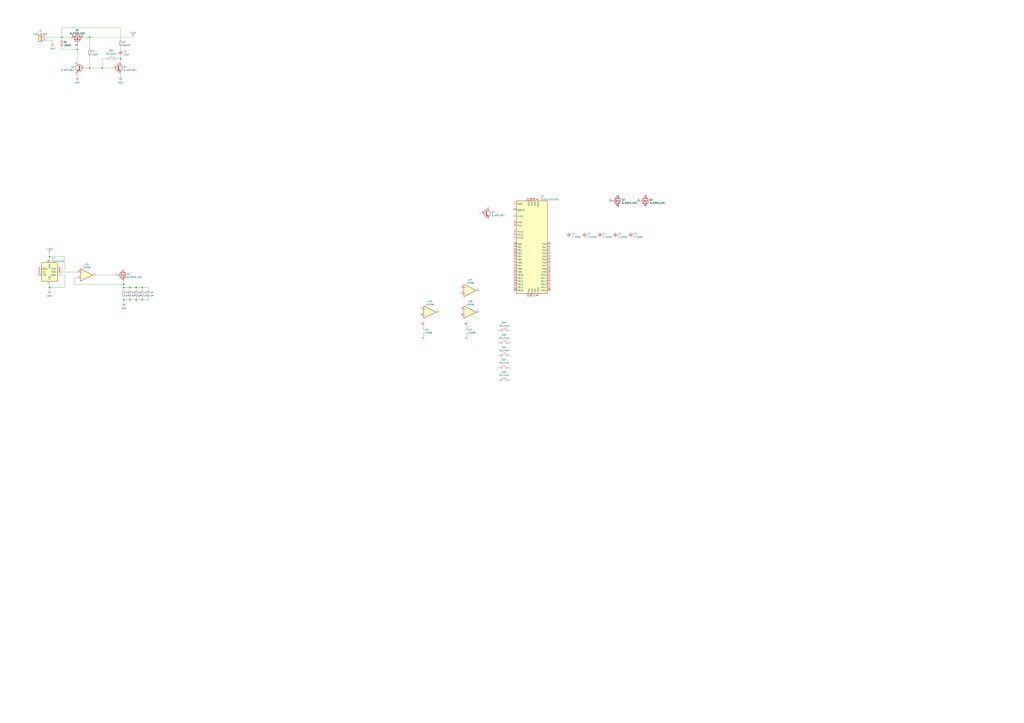
<source format=kicad_sch>
(kicad_sch (version 20211123) (generator eeschema)
  (paper "A1")
  (lib_symbols
    (symbol "Amplifier_Operational:LM358" (pin_names (offset 0.127))
      (property "Reference" "U" (at 0 5.08 0))
      (property "Value" "LM358" (at 0 -5.08 0))
      (symbol "LM358_1_1"
        (polyline (pts (xy -5.08 5.08) (xy 5.08 0) (xy -5.08 -5.08) (xy -5.08 5.08)) (stroke (width 0.254)) (fill (type background)))
        (pin output line (at 7.62 0 180) (length 2.54) (name "~") (number "1"))
        (pin input line (at -7.62 -2.54 0) (length 2.54) (name "-") (number "2"))
        (pin input line (at -7.62 2.54 0) (length 2.54) (name "+") (number "3"))
      )
      (symbol "LM358_2_1"
        (polyline (pts (xy -5.08 5.08) (xy 5.08 0) (xy -5.08 -5.08) (xy -5.08 5.08)) (stroke (width 0.254)) (fill (type background)))
        (pin input line (at -7.62 2.54 0) (length 2.54) (name "+") (number "5"))
        (pin input line (at -7.62 -2.54 0) (length 2.54) (name "-") (number "6"))
        (pin output line (at 7.62 0 180) (length 2.54) (name "~") (number "7"))
      )
      (symbol "LM358_3_1"
        (pin power_in line (at -2.54 -7.62 90) (length 3.81) (name "V-") (number "4"))
        (pin power_in line (at -2.54 7.62 270) (length 3.81) (name "V+") (number "8"))
      )
    )
    (symbol "Connector_Generic:Conn_01x02" (pin_names (offset 1.016) hide)
      (property "Reference" "J" (at 0 2.54 0))
      (property "Value" "Conn_01x02" (at 0 -5.08 0))
      (symbol "Conn_01x02_1_1"
        (rectangle (start -1.27 -2.413) (end 0 -2.667) (stroke (width 0.1524)))
        (rectangle (start -1.27 0.127) (end 0 -0.127) (stroke (width 0.1524)))
        (rectangle (start -1.27 1.27) (end 1.27 -3.81) (stroke (width 0.254)) (fill (type background)))
        (pin passive line (at -5.08 0 0) (length 3.81) (name "Pin_1") (number "1"))
        (pin passive line (at -5.08 -2.54 0) (length 3.81) (name "Pin_2") (number "2"))
      )
    )
    (symbol "Device:C_Small" (pin_numbers hide) (pin_names (offset 0.254) hide)
      (property "Reference" "C" (at 0.254 1.778 0))
      (property "Value" "C_Small" (at 0.254 -2.032 0))
      (symbol "C_Small_0_1"
        (polyline (pts (xy -1.524 -0.508) (xy 1.524 -0.508)) (stroke (width 0.3302)))
        (polyline (pts (xy -1.524 0.508) (xy 1.524 0.508)) (stroke (width 0.3048)))
      )
      (symbol "C_Small_1_1"
        (pin passive line (at 0 2.54 270) (length 2.032) (name "~") (number "1"))
        (pin passive line (at 0 -2.54 90) (length 2.032) (name "~") (number "2"))
      )
    )
    (symbol "Device:Q_NMOS_GDS" (pin_names (offset 0) hide)
      (property "Reference" "Q" (at 5.08 1.27 0))
      (property "Value" "Q_NMOS_GDS" (at 5.08 -1.27 0))
      (symbol "Q_NMOS_GDS_0_1"
        (polyline (pts (xy 0.254 0) (xy -2.54 0)))
        (polyline (pts (xy 0.254 1.905) (xy 0.254 -1.905)) (stroke (width 0.254)))
        (polyline (pts (xy 0.762 -1.27) (xy 0.762 -2.286)) (stroke (width 0.254)))
        (polyline (pts (xy 0.762 0.508) (xy 0.762 -0.508)) (stroke (width 0.254)))
        (polyline (pts (xy 0.762 2.286) (xy 0.762 1.27)) (stroke (width 0.254)))
        (polyline (pts (xy 2.54 2.54) (xy 2.54 1.778)))
        (polyline (pts (xy 2.54 -2.54) (xy 2.54 0) (xy 0.762 0)))
        (polyline (pts (xy 0.762 -1.778) (xy 3.302 -1.778) (xy 3.302 1.778) (xy 0.762 1.778)))
        (polyline (pts (xy 1.016 0) (xy 2.032 0.381) (xy 2.032 -0.381) (xy 1.016 0)) (fill (type outline)))
        (polyline (pts (xy 2.794 0.508) (xy 2.921 0.381) (xy 3.683 0.381) (xy 3.81 0.254)))
        (polyline (pts (xy 3.302 0.381) (xy 2.921 -0.254) (xy 3.683 -0.254) (xy 3.302 0.381)))
        (circle (center 1.651 0) (radius 2.794) (stroke (width 0.254)))
        (circle (center 2.54 -1.778) (radius 0.254) (fill (type outline)))
        (circle (center 2.54 1.778) (radius 0.254) (fill (type outline)))
      )
      (symbol "Q_NMOS_GDS_1_1"
        (pin input line (at -5.08 0 0) (length 2.54) (name "G") (number "1"))
        (pin passive line (at 2.54 5.08 270) (length 2.54) (name "D") (number "2"))
        (pin passive line (at 2.54 -5.08 90) (length 2.54) (name "S") (number "3"))
      )
    )
    (symbol "Device:Q_NPN_BEC" (pin_names (offset 0) hide)
      (property "Reference" "Q" (at 5.08 1.27 0))
      (property "Value" "Q_NPN_BEC" (at 5.08 -1.27 0))
      (symbol "Q_NPN_BEC_0_1"
        (polyline (pts (xy 0.635 0.635) (xy 2.54 2.54)))
        (polyline (pts (xy 0.635 -0.635) (xy 2.54 -2.54) (xy 2.54 -2.54)))
        (polyline (pts (xy 0.635 1.905) (xy 0.635 -1.905) (xy 0.635 -1.905)) (stroke (width 0.508)))
        (polyline (pts (xy 1.27 -1.778) (xy 1.778 -1.27) (xy 2.286 -2.286) (xy 1.27 -1.778) (xy 1.27 -1.778)) (fill (type outline)))
        (circle (center 1.27 0) (radius 2.8194) (stroke (width 0.254)))
      )
      (symbol "Q_NPN_BEC_1_1"
        (pin input line (at -5.08 0 0) (length 5.715) (name "B") (number "1"))
        (pin passive line (at 2.54 -5.08 90) (length 2.54) (name "E") (number "2"))
        (pin passive line (at 2.54 5.08 270) (length 2.54) (name "C") (number "3"))
      )
    )
    (symbol "Device:Q_PMOS_GDS" (pin_names (offset 0) hide)
      (property "Reference" "Q" (at 5.08 1.27 0))
      (property "Value" "Q_PMOS_GDS" (at 5.08 -1.27 0))
      (symbol "Q_PMOS_GDS_0_1"
        (polyline (pts (xy 0.254 0) (xy -2.54 0)))
        (polyline (pts (xy 0.254 1.905) (xy 0.254 -1.905)) (stroke (width 0.254)))
        (polyline (pts (xy 0.762 -1.27) (xy 0.762 -2.286)) (stroke (width 0.254)))
        (polyline (pts (xy 0.762 0.508) (xy 0.762 -0.508)) (stroke (width 0.254)))
        (polyline (pts (xy 0.762 2.286) (xy 0.762 1.27)) (stroke (width 0.254)))
        (polyline (pts (xy 2.54 2.54) (xy 2.54 1.778)))
        (polyline (pts (xy 2.54 -2.54) (xy 2.54 0) (xy 0.762 0)))
        (polyline (pts (xy 0.762 1.778) (xy 3.302 1.778) (xy 3.302 -1.778) (xy 0.762 -1.778)))
        (polyline (pts (xy 2.286 0) (xy 1.27 0.381) (xy 1.27 -0.381) (xy 2.286 0)) (fill (type outline)))
        (polyline (pts (xy 2.794 -0.508) (xy 2.921 -0.381) (xy 3.683 -0.381) (xy 3.81 -0.254)))
        (polyline (pts (xy 3.302 -0.381) (xy 2.921 0.254) (xy 3.683 0.254) (xy 3.302 -0.381)))
        (circle (center 1.651 0) (radius 2.794) (stroke (width 0.254)))
        (circle (center 2.54 -1.778) (radius 0.254) (fill (type outline)))
        (circle (center 2.54 1.778) (radius 0.254) (fill (type outline)))
      )
      (symbol "Q_PMOS_GDS_1_1"
        (pin input line (at -5.08 0 0) (length 2.54) (name "G") (number "1"))
        (pin passive line (at 2.54 5.08 270) (length 2.54) (name "D") (number "2"))
        (pin passive line (at 2.54 -5.08 90) (length 2.54) (name "S") (number "3"))
      )
    )
    (symbol "Device:R_Small" (pin_numbers hide) (pin_names (offset 0.254) hide)
      (property "Reference" "R" (at 0.762 0.508 0))
      (property "Value" "R_Small" (at 0.762 -1.016 0))
      (symbol "R_Small_0_1"
        (rectangle (start -0.762 1.778) (end 0.762 -1.778) (stroke (width 0.2032)))
      )
      (symbol "R_Small_1_1"
        (pin passive line (at 0 2.54 270) (length 0.762) (name "~") (number "1"))
        (pin passive line (at 0 -2.54 90) (length 0.762) (name "~") (number "2"))
      )
    )
    (symbol "MCU_ST_STM32L1:STM32L151CBTx"
      (property "Reference" "U" (at -12.7 39.37 0))
      (property "Value" "STM32L151CBTx" (at 7.62 39.37 0))
      (symbol "STM32L151CBTx_0_1"
        (rectangle (start -12.7 -38.1) (end 12.7 38.1) (stroke (width 0.254)) (fill (type background)))
      )
      (symbol "STM32L151CBTx_1_1"
        (pin power_in line (at -15.24 25.4 0) (length 2.54) (name "VLCD") (number "1"))
        (pin bidirectional line (at 15.24 2.54 180) (length 2.54) (name "PA0") (number "10"))
        (pin bidirectional line (at 15.24 0 180) (length 2.54) (name "PA1") (number "11"))
        (pin bidirectional line (at 15.24 -2.54 180) (length 2.54) (name "PA2") (number "12"))
        (pin bidirectional line (at 15.24 -5.08 180) (length 2.54) (name "PA3") (number "13"))
        (pin bidirectional line (at 15.24 -7.62 180) (length 2.54) (name "PA4") (number "14"))
        (pin bidirectional line (at 15.24 -10.16 180) (length 2.54) (name "PA5") (number "15"))
        (pin bidirectional line (at 15.24 -12.7 180) (length 2.54) (name "PA6") (number "16"))
        (pin bidirectional line (at 15.24 -15.24 180) (length 2.54) (name "PA7") (number "17"))
        (pin bidirectional line (at -15.24 2.54 0) (length 2.54) (name "PB0") (number "18"))
        (pin bidirectional line (at -15.24 0 0) (length 2.54) (name "PB1") (number "19"))
        (pin bidirectional line (at -15.24 12.7 0) (length 2.54) (name "PC13") (number "2"))
        (pin bidirectional line (at -15.24 -2.54 0) (length 2.54) (name "PB2") (number "20"))
        (pin bidirectional line (at -15.24 -22.86 0) (length 2.54) (name "PB10") (number "21"))
        (pin bidirectional line (at -15.24 -25.4 0) (length 2.54) (name "PB11") (number "22"))
        (pin power_in line (at -2.54 -40.64 90) (length 2.54) (name "VSS") (number "23"))
        (pin power_in line (at -2.54 40.64 270) (length 2.54) (name "VDD") (number "24"))
        (pin bidirectional line (at -15.24 -27.94 0) (length 2.54) (name "PB12") (number "25"))
        (pin bidirectional line (at -15.24 -30.48 0) (length 2.54) (name "PB13") (number "26"))
        (pin bidirectional line (at -15.24 -33.02 0) (length 2.54) (name "PB14") (number "27"))
        (pin bidirectional line (at -15.24 -35.56 0) (length 2.54) (name "PB15") (number "28"))
        (pin bidirectional line (at 15.24 -17.78 180) (length 2.54) (name "PA8") (number "29"))
        (pin bidirectional line (at -15.24 10.16 0) (length 2.54) (name "PC14") (number "3"))
        (pin bidirectional line (at 15.24 -20.32 180) (length 2.54) (name "PA9") (number "30"))
        (pin bidirectional line (at 15.24 -22.86 180) (length 2.54) (name "PA10") (number "31"))
        (pin bidirectional line (at 15.24 -25.4 180) (length 2.54) (name "PA11") (number "32"))
        (pin bidirectional line (at 15.24 -27.94 180) (length 2.54) (name "PA12") (number "33"))
        (pin bidirectional line (at 15.24 -30.48 180) (length 2.54) (name "PA13") (number "34"))
        (pin power_in line (at 0 -40.64 90) (length 2.54) (name "VSS") (number "35"))
        (pin power_in line (at 0 40.64 270) (length 2.54) (name "VDD") (number "36"))
        (pin bidirectional line (at 15.24 -33.02 180) (length 2.54) (name "PA14") (number "37"))
        (pin bidirectional line (at 15.24 -35.56 180) (length 2.54) (name "PA15") (number "38"))
        (pin bidirectional line (at -15.24 -5.08 0) (length 2.54) (name "PB3") (number "39"))
        (pin bidirectional line (at -15.24 7.62 0) (length 2.54) (name "PC15") (number "4"))
        (pin bidirectional line (at -15.24 -7.62 0) (length 2.54) (name "PB4") (number "40"))
        (pin bidirectional line (at -15.24 -10.16 0) (length 2.54) (name "PB5") (number "41"))
        (pin bidirectional line (at -15.24 -12.7 0) (length 2.54) (name "PB6") (number "42"))
        (pin bidirectional line (at -15.24 -15.24 0) (length 2.54) (name "PB7") (number "43"))
        (pin input line (at -15.24 30.48 0) (length 2.54) (name "BOOT0") (number "44"))
        (pin bidirectional line (at -15.24 -17.78 0) (length 2.54) (name "PB8") (number "45"))
        (pin bidirectional line (at -15.24 -20.32 0) (length 2.54) (name "PB9") (number "46"))
        (pin power_in line (at 2.54 -40.64 90) (length 2.54) (name "VSS") (number "47"))
        (pin power_in line (at 2.54 40.64 270) (length 2.54) (name "VDD") (number "48"))
        (pin input line (at -15.24 20.32 0) (length 2.54) (name "PH0") (number "5"))
        (pin input line (at -15.24 17.78 0) (length 2.54) (name "PH1") (number "6"))
        (pin input line (at -15.24 35.56 0) (length 2.54) (name "NRST") (number "7"))
        (pin power_in line (at 5.08 -40.64 90) (length 2.54) (name "VSSA") (number "8"))
        (pin power_in line (at 5.08 40.64 270) (length 2.54) (name "VDDA") (number "9"))
      )
    )
    (symbol "Potentiometer_Digital:MCP41010" (pin_names (offset 1.016))
      (property "Reference" "U" (at -6.35 8.89 0))
      (property "Value" "MCP41010" (at 1.27 8.89 0))
      (symbol "MCP41010_0_1"
        (rectangle (start -6.35 7.62) (end 6.35 -7.62) (stroke (width 0.254)) (fill (type background)))
      )
      (symbol "MCP41010_1_1"
        (pin input input_low (at -10.16 -2.54 0) (length 3.81) (name "~{CS}") (number "1"))
        (pin passive clock (at -10.16 2.54 0) (length 3.81) (name "SCK") (number "2"))
        (pin input line (at -10.16 0 0) (length 3.81) (name "SI") (number "3"))
        (pin power_in line (at 0 -10.16 90) (length 2.54) (name "VSS") (number "4"))
        (pin passive line (at 10.16 2.54 180) (length 3.81) (name "PA0") (number "5"))
        (pin passive line (at 10.16 0 180) (length 3.81) (name "PW0") (number "6"))
        (pin passive line (at 10.16 -2.54 180) (length 3.81) (name "PB0") (number "7"))
        (pin power_in line (at 0 10.16 270) (length 2.54) (name "VDD") (number "8"))
      )
    )
    (symbol "Switch:SW_Push" (pin_numbers hide) (pin_names (offset 1.016) hide)
      (property "Reference" "SW" (at 1.27 2.54 0))
      (property "Value" "SW_Push" (at 0 -1.524 0))
      (symbol "SW_Push_0_1"
        (circle (center -2.032 0) (radius 0.508))
        (polyline (pts (xy 0 1.27) (xy 0 3.048)))
        (polyline (pts (xy 2.54 1.27) (xy -2.54 1.27)))
        (circle (center 2.032 0) (radius 0.508))
        (pin passive line (at -5.08 0 0) (length 2.54) (name "1") (number "1"))
        (pin passive line (at 5.08 0 180) (length 2.54) (name "2") (number "2"))
      )
    )
    (symbol "power:+15V" (power) (pin_names (offset 0))
      (property "Value" "+15V" (at 0 3.556 0))
      (symbol "+15V_0_1"
        (polyline (pts (xy -0.762 1.27) (xy 0 2.54)))
        (polyline (pts (xy 0 0) (xy 0 2.54)))
        (polyline (pts (xy 0 2.54) (xy 0.762 1.27)))
      )
      (symbol "+15V_1_1"
        (pin power_in line (at 0 0 90) (length 0) hide (name "+15V") (number "1"))
      )
    )
    (symbol "power:+3V3" (power) (pin_names (offset 0))
      (property "Value" "+3V3" (at 0 3.556 0))
      (symbol "+3V3_0_1"
        (polyline (pts (xy -0.762 1.27) (xy 0 2.54)))
        (polyline (pts (xy 0 0) (xy 0 2.54)))
        (polyline (pts (xy 0 2.54) (xy 0.762 1.27)))
      )
      (symbol "+3V3_1_1"
        (pin power_in line (at 0 0 90) (length 0) hide (name "+3V3") (number "1"))
      )
    )
    (symbol "power:GND" (power) (pin_names (offset 0))
      (property "Value" "GND" (at 0 -3.81 0))
      (symbol "GND_0_1"
        (polyline (pts (xy 0 0) (xy 0 -1.27) (xy 1.27 -1.27) (xy 0 -2.54) (xy -1.27 -1.27) (xy 0 -1.27)))
      )
      (symbol "GND_1_1"
        (pin power_in line (at 0 0 270) (length 0) hide (name "GND") (number "1"))
      )
    )
  )
  (junction (at 111.76 246.38))
  (junction (at 40.64 236.22))
  (junction (at 101.6 233.68))
  (junction (at 111.76 236.22))
  (junction (at 116.84 236.22))
  (junction (at 63.5 40.64))
  (junction (at 83.82 55.88))
  (junction (at 73.66 55.88))
  (junction (at 99.06 48.26))
  (junction (at 106.68 236.22))
  (junction (at 73.66 30.48))
  (junction (at 101.6 246.38))
  (junction (at 50.8 30.48))
  (junction (at 101.6 236.22))
  (junction (at 40.64 210.82))
  (junction (at 116.84 246.38))
  (junction (at 106.68 246.38))
  (wire (pts (xy 50.8 22.86) (xy 99.06 22.86)))
  (wire (pts (xy 53.34 210.82) (xy 40.64 210.82)))
  (wire (pts (xy 73.66 30.48) (xy 109.22 30.48)))
  (wire (pts (xy 50.8 30.48) (xy 50.8 22.86)))
  (wire (pts (xy 116.84 246.38) (xy 111.76 246.38)))
  (wire (pts (xy 60.96 233.68) (xy 101.6 233.68)))
  (wire (pts (xy 101.6 236.22) (xy 101.6 238.76)))
  (wire (pts (xy 43.18 33.02) (xy 43.18 35.56)))
  (wire (pts (xy 40.64 208.28) (xy 40.64 210.82)))
  (wire (pts (xy 53.34 236.22) (xy 40.64 236.22)))
  (wire (pts (xy 40.64 236.22) (xy 40.64 238.76)))
  (wire (pts (xy 121.92 246.38) (xy 116.84 246.38)))
  (wire (pts (xy 96.52 48.26) (xy 99.06 48.26)))
  (wire (pts (xy 50.8 30.48) (xy 50.8 33.02)))
  (wire (pts (xy 101.6 231.14) (xy 101.6 233.68)))
  (wire (pts (xy 63.5 63.5) (xy 63.5 60.96)))
  (wire (pts (xy 99.06 38.1) (xy 99.06 40.64)))
  (wire (pts (xy 106.68 236.22) (xy 111.76 236.22)))
  (wire (pts (xy 50.8 220.98) (xy 53.34 220.98)))
  (wire (pts (xy 50.8 38.1) (xy 50.8 40.64)))
  (wire (pts (xy 73.66 45.72) (xy 73.66 55.88)))
  (wire (pts (xy 60.96 228.6) (xy 60.96 233.68)))
  (wire (pts (xy 121.92 238.76) (xy 121.92 236.22)))
  (wire (pts (xy 101.6 236.22) (xy 106.68 236.22)))
  (wire (pts (xy 71.12 55.88) (xy 73.66 55.88)))
  (wire (pts (xy 106.68 246.38) (xy 101.6 246.38)))
  (wire (pts (xy 63.5 50.8) (xy 63.5 40.64)))
  (wire (pts (xy 116.84 236.22) (xy 121.92 236.22)))
  (wire (pts (xy 106.68 236.22) (xy 106.68 238.76)))
  (wire (pts (xy 38.1 30.48) (xy 50.8 30.48)))
  (wire (pts (xy 68.58 30.48) (xy 73.66 30.48)))
  (wire (pts (xy 50.8 223.52) (xy 63.5 223.52)))
  (wire (pts (xy 111.76 236.22) (xy 116.84 236.22)))
  (wire (pts (xy 99.06 45.72) (xy 99.06 48.26)))
  (wire (pts (xy 101.6 246.38) (xy 101.6 243.84)))
  (wire (pts (xy 101.6 246.38) (xy 101.6 248.92)))
  (wire (pts (xy 53.34 220.98) (xy 53.34 210.82)))
  (wire (pts (xy 99.06 48.26) (xy 99.06 50.8)))
  (wire (pts (xy 50.8 226.06) (xy 53.34 226.06)))
  (wire (pts (xy 83.82 48.26) (xy 83.82 55.88)))
  (wire (pts (xy 38.1 33.02) (xy 43.18 33.02)))
  (wire (pts (xy 73.66 55.88) (xy 83.82 55.88)))
  (wire (pts (xy 121.92 243.84) (xy 121.92 246.38)))
  (wire (pts (xy 78.74 226.06) (xy 93.98 226.06)))
  (wire (pts (xy 73.66 30.48) (xy 73.66 40.64)))
  (wire (pts (xy 40.64 233.68) (xy 40.64 236.22)))
  (wire (pts (xy 40.64 210.82) (xy 40.64 213.36)))
  (wire (pts (xy 63.5 228.6) (xy 60.96 228.6)))
  (wire (pts (xy 99.06 63.5) (xy 99.06 60.96)))
  (wire (pts (xy 111.76 236.22) (xy 111.76 238.76)))
  (wire (pts (xy 106.68 243.84) (xy 106.68 246.38)))
  (wire (pts (xy 99.06 22.86) (xy 99.06 33.02)))
  (wire (pts (xy 101.6 233.68) (xy 101.6 236.22)))
  (wire (pts (xy 111.76 243.84) (xy 111.76 246.38)))
  (wire (pts (xy 83.82 55.88) (xy 91.44 55.88)))
  (wire (pts (xy 111.76 246.38) (xy 106.68 246.38)))
  (wire (pts (xy 50.8 40.64) (xy 63.5 40.64)))
  (wire (pts (xy 86.36 48.26) (xy 83.82 48.26)))
  (wire (pts (xy 116.84 236.22) (xy 116.84 238.76)))
  (wire (pts (xy 116.84 243.84) (xy 116.84 246.38)))
  (wire (pts (xy 50.8 30.48) (xy 58.42 30.48)))
  (wire (pts (xy 63.5 38.1) (xy 63.5 40.64)))
  (wire (pts (xy 53.34 226.06) (xy 53.34 236.22)))
  (symbol (lib_id "Amplifier_Operational:LM358") (at 350.52 271.78 0) (unit 3)
    (property "Reference" "U?" (at 348.615 270.9453 0) (effects (justify left)))
    (property "Value" "LM358" (at 348.615 273.4822 0) (effects (justify left)))
    (property "Datasheet" "http://www.ti.com/lit/ds/symlink/lm2904-n.pdf" (effects hide))
  )
  (symbol (lib_id "Device:Q_NPN_BEC") (at 398.78 175.26 0) (unit 1)
    (property "Reference" "Q?" (at 403.6314 174.4253 0) (effects (justify left)))
    (property "Value" "Q_NPN_BEC" (at 403.6314 176.9622 0) (effects (justify left)))
  )
  (symbol (lib_id "power:GND") (at 101.6 248.92 0) (unit 1)
    (property "Reference" "#PWR?" (effects hide))
    (property "Value" "GND" (at 101.6 253.3634 0))
  )
  (symbol (lib_id "Amplifier_Operational:LM358") (at 353.06 256.54 0) (unit 2)
    (property "Reference" "U?" (at 353.06 247.7602 0))
    (property "Value" "LM358" (at 353.06 250.2971 0))
    (property "Datasheet" "http://www.ti.com/lit/ds/symlink/lm2904-n.pdf" (effects hide))
  )
  (symbol (lib_id "Device:R_Small") (at 101.6 241.3 0) (unit 1)
    (property "Reference" "R?" (at 103.0986 240.4653 0) (effects (justify left)))
    (property "Value" "5R" (at 103.0986 243.0022 0) (effects (justify left)))
  )
  (symbol (lib_id "Device:R_Small") (at 50.8 35.56 0) (unit 1)
    (property "Reference" "R?" (at 52.2986 34.7253 0) (effects (justify left)))
    (property "Value" "100kR" (at 52.2986 37.2622 0) (effects (justify left)))
  )
  (symbol (lib_id "Device:Q_NMOS_GDS") (at 528.32 165.1 0) (unit 1)
    (property "Reference" "Q?" (at 533.527 164.2653 0) (effects (justify left)))
    (property "Value" "Q_NMOS_GDS" (at 533.527 166.8022 0) (effects (justify left)))
  )
  (symbol (lib_id "Device:Q_PMOS_GDS") (at 63.5 33.02 270) (mirror x) (unit 1)
    (property "Reference" "Q?" (at 63.5 24.8752 90))
    (property "Value" "Q_PMOS_GDS" (at 63.5 27.4121 90))
  )
  (symbol (lib_id "power:GND") (at 40.64 238.76 0) (unit 1)
    (property "Reference" "#PWR?" (effects hide))
    (property "Value" "GND" (at 40.64 243.2034 0))
  )
  (symbol (lib_id "power:GND") (at 43.18 35.56 0) (unit 1)
    (property "Reference" "#PWR?" (effects hide))
    (property "Value" "GND" (at 43.18 40.0034 0))
  )
  (symbol (lib_id "Device:C_Small") (at 467.36 193.04 0) (unit 1)
    (property "Reference" "C?" (at 469.6841 192.2116 0) (effects (justify left)))
    (property "Value" "C_Small" (at 469.6841 194.7485 0) (effects (justify left)))
  )
  (symbol (lib_id "Amplifier_Operational:LM358") (at 386.08 271.78 0) (unit 3)
    (property "Reference" "U?" (at 384.175 270.9453 0) (effects (justify left)))
    (property "Value" "LM358" (at 384.175 273.4822 0) (effects (justify left)))
    (property "Datasheet" "http://www.ti.com/lit/ds/symlink/lm2904-n.pdf" (effects hide))
  )
  (symbol (lib_id "Device:R_Small") (at 116.84 241.3 0) (unit 1)
    (property "Reference" "R?" (at 118.3386 240.4653 0) (effects (justify left)))
    (property "Value" "5R" (at 118.3386 243.0022 0) (effects (justify left)))
  )
  (symbol (lib_id "power:GND") (at 63.5 63.5 0) (unit 1)
    (property "Reference" "#PWR?" (effects hide))
    (property "Value" "GND" (at 63.5 67.9434 0))
  )
  (symbol (lib_id "Device:Q_NMOS_GDS") (at 99.06 226.06 0) (unit 1)
    (property "Reference" "Q?" (at 104.267 225.2253 0) (effects (justify left)))
    (property "Value" "Q_NMOS_GDS" (at 104.267 227.7622 0) (effects (justify left)))
  )
  (symbol (lib_id "Potentiometer_Digital:MCP41010") (at 40.64 223.52 0) (unit 1)
    (property "Reference" "U?" (at 42.6594 212.2002 0) (effects (justify left)))
    (property "Value" "MCP41010" (at 42.6594 214.7371 0) (effects (justify left)))
    (property "Datasheet" "http://ww1.microchip.com/downloads/en/DeviceDoc/11195c.pdf" (effects hide))
  )
  (symbol (lib_id "Device:R_Small") (at 99.06 35.56 0) (unit 1)
    (property "Reference" "R?" (at 100.5586 34.7253 0) (effects (justify left)))
    (property "Value" "650kR" (at 100.5586 37.2622 0) (effects (justify left)))
  )
  (symbol (lib_id "Device:R_Small") (at 106.68 241.3 0) (unit 1)
    (property "Reference" "R?" (at 108.1786 240.4653 0) (effects (justify left)))
    (property "Value" "5R" (at 108.1786 243.0022 0) (effects (justify left)))
  )
  (symbol (lib_id "Amplifier_Operational:LM358") (at 386.08 238.76 0) (unit 1)
    (property "Reference" "U?" (at 386.08 229.9802 0))
    (property "Value" "LM358" (at 386.08 232.5171 0))
    (property "Datasheet" "http://www.ti.com/lit/ds/symlink/lm2904-n.pdf" (effects hide))
  )
  (symbol (lib_id "Device:Q_NMOS_GDS") (at 505.46 165.1 0) (unit 1)
    (property "Reference" "Q?" (at 510.667 164.2653 0) (effects (justify left)))
    (property "Value" "Q_NMOS_GDS" (at 510.667 166.8022 0) (effects (justify left)))
  )
  (symbol (lib_id "Device:C_Small") (at 99.06 43.18 0) (unit 1)
    (property "Reference" "C?" (at 101.3841 42.3516 0) (effects (justify left)))
    (property "Value" "22uF" (at 101.3841 44.8885 0) (effects (justify left)))
  )
  (symbol (lib_id "Switch:SW_Push") (at 414.02 312.42 0) (unit 1)
    (property "Reference" "SW?" (at 414.02 305.7992 0))
    (property "Value" "SW_Push" (at 414.02 308.3361 0))
  )
  (symbol (lib_id "Switch:SW_Push") (at 91.44 48.26 0) (unit 1)
    (property "Reference" "SW?" (at 91.44 41.6392 0))
    (property "Value" "SW_Push" (at 91.44 44.1761 0))
  )
  (symbol (lib_id "Device:C_Small") (at 492.76 193.04 0) (unit 1)
    (property "Reference" "C?" (at 495.0841 192.2116 0) (effects (justify left)))
    (property "Value" "C_Small" (at 495.0841 194.7485 0) (effects (justify left)))
  )
  (symbol (lib_id "Switch:SW_Push") (at 414.02 271.78 0) (unit 1)
    (property "Reference" "SW?" (at 414.02 265.1592 0))
    (property "Value" "SW_Push" (at 414.02 267.6961 0))
  )
  (symbol (lib_id "Device:R_Small") (at 111.76 241.3 0) (unit 1)
    (property "Reference" "R?" (at 113.2586 240.4653 0) (effects (justify left)))
    (property "Value" "5R" (at 113.2586 243.0022 0) (effects (justify left)))
  )
  (symbol (lib_id "Device:R_Small") (at 121.92 241.3 0) (unit 1)
    (property "Reference" "R?" (at 123.4186 240.4653 0) (effects (justify left)))
    (property "Value" "5R" (at 123.4186 243.0022 0) (effects (justify left)))
  )
  (symbol (lib_id "Switch:SW_Push") (at 414.02 292.1 0) (unit 1)
    (property "Reference" "SW?" (at 414.02 285.4792 0))
    (property "Value" "SW_Push" (at 414.02 288.0161 0))
  )
  (symbol (lib_id "Device:Q_NPN_BEC") (at 96.52 55.88 0) (unit 1)
    (property "Reference" "Q?" (at 101.3714 55.0453 0) (effects (justify left)))
    (property "Value" "Q_NPN_BEC" (at 101.3714 57.5822 0) (effects (justify left)))
  )
  (symbol (lib_id "Device:C_Small") (at 505.46 193.04 0) (unit 1)
    (property "Reference" "C?" (at 507.7841 192.2116 0) (effects (justify left)))
    (property "Value" "C_Small" (at 507.7841 194.7485 0) (effects (justify left)))
  )
  (symbol (lib_id "Switch:SW_Push") (at 414.02 281.94 0) (unit 1)
    (property "Reference" "SW?" (at 414.02 275.3192 0))
    (property "Value" "SW_Push" (at 414.02 277.8561 0))
  )
  (symbol (lib_id "Amplifier_Operational:LM358") (at 71.12 226.06 0) (unit 1)
    (property "Reference" "U?" (at 71.12 217.2802 0))
    (property "Value" "LM358" (at 71.12 219.8171 0))
    (property "Datasheet" "http://www.ti.com/lit/ds/symlink/lm2904-n.pdf" (effects hide))
  )
  (symbol (lib_id "MCU_ST_STM32L1:STM32L151CBTx") (at 436.88 203.2 0) (unit 1)
    (property "Reference" "U?" (at 443.9794 161.4002 0) (effects (justify left)))
    (property "Value" "STM32L151CBTx" (at 443.9794 163.9371 0) (effects (justify left)))
    (property "Footprint" "Package_QFP:LQFP-48_7x7mm_P0.5mm" (effects hide))
    (property "Datasheet" "http://www.st.com/st-web-ui/static/active/en/resource/technical/document/datasheet/CD00277537.pdf" (effects hide))
  )
  (symbol (lib_id "power:GND") (at 99.06 63.5 0) (unit 1)
    (property "Reference" "#PWR?" (effects hide))
    (property "Value" "GND" (at 99.06 67.9434 0))
  )
  (symbol (lib_id "Amplifier_Operational:LM358") (at 386.08 256.54 0) (unit 2)
    (property "Reference" "U?" (at 386.08 247.7602 0))
    (property "Value" "LM358" (at 386.08 250.2971 0))
    (property "Datasheet" "http://www.ti.com/lit/ds/symlink/lm2904-n.pdf" (effects hide))
  )
  (symbol (lib_id "Switch:SW_Push") (at 414.02 302.26 0) (unit 1)
    (property "Reference" "SW?" (at 414.02 295.6392 0))
    (property "Value" "SW_Push" (at 414.02 298.1761 0))
  )
  (symbol (lib_id "Device:Q_NPN_BEC") (at 66.04 55.88 0) (mirror y) (unit 1)
    (property "Reference" "Q?" (at 61.1887 55.0453 0) (effects (justify left)))
    (property "Value" "Q_NPN_BEC" (at 61.1887 57.5822 0) (effects (justify left)))
  )
  (symbol (lib_id "Device:R_Small") (at 73.66 43.18 0) (unit 1)
    (property "Reference" "R?" (at 75.1586 42.3453 0) (effects (justify left)))
    (property "Value" "100R" (at 75.1586 44.8822 0) (effects (justify left)))
  )
  (symbol (lib_id "Device:C_Small") (at 480.06 193.04 0) (unit 1)
    (property "Reference" "C?" (at 482.3841 192.2116 0) (effects (justify left)))
    (property "Value" "C_Small" (at 482.3841 194.7485 0) (effects (justify left)))
  )
  (symbol (lib_id "Device:C_Small") (at 518.16 193.04 0) (unit 1)
    (property "Reference" "C?" (at 520.4841 192.2116 0) (effects (justify left)))
    (property "Value" "C_Small" (at 520.4841 194.7485 0) (effects (justify left)))
  )
  (symbol (lib_id "power:+3V3") (at 40.64 208.28 0) (unit 1)
    (property "Reference" "#PWR?" (effects hide))
    (property "Value" "+3V3" (at 40.64 204.7042 0))
  )
  (symbol (lib_id "Connector_Generic:Conn_01x02") (at 33.02 30.48 0) (mirror y) (unit 1)
    (property "Reference" "J?" (at 33.02 25.5102 0))
    (property "Value" "Conn_01x02" (at 33.02 28.0471 0))
  )
  (symbol (lib_id "power:+15V") (at 109.22 30.48 0) (unit 1)
    (property "Reference" "#PWR?" (effects hide))
    (property "Value" "+15V" (at 109.22 26.9042 0))
  )
)
</source>
